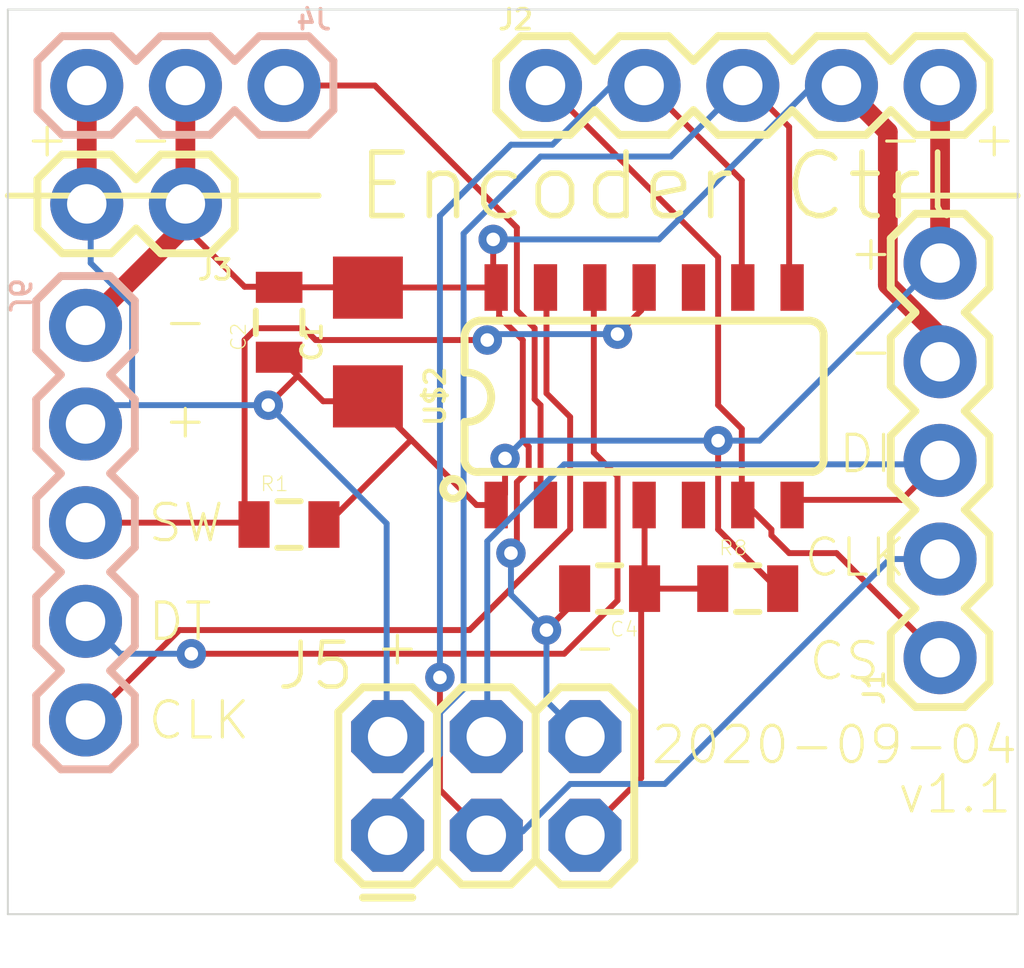
<source format=kicad_pcb>
(kicad_pcb (version 20240108) (generator "pcbnew") (generator_version "8.0")
  (layers (0 "F.Cu" signal) (31 "B.Cu" signal) (34 "B.Paste" user) (35 "F.Paste" user) (36 "B.SilkS" user "B.Silkscreen") (37 "F.SilkS" user "F.Silkscreen") (38 "B.Mask" user) (39 "F.Mask" user) (44 "Edge.Cuts" user))
  (net 0 "")
  (net 1 "GND")
  (net 2 "DI")
  (net 3 "CS")
  (net 4 "DO")
  (net 5 "NEO_DIN")
  (net 6 "VCC")
  (net 7 "RESET")
  (net 8 "SCLK")
  (net 9 "ENC_CLK")
  (net 10 "ENC_DT")
  (net 11 "ENC_SW")
  (footprint "rotary-control:0805" (layer "F.Cu") (at 154.5511 108.2676)
    (property "Reference" "R8" (at -0.762 -0.8255 0) (layer "F.SilkS") (effects (font (size 0.376489 0.376489) (thickness 0.029911)) (justify left bottom)))
    (property "Value" "4K7")
    (fp_line (start -0.3 -0.6) (end 0.3 -0.6) (stroke (width 0.1524)) (layer "F.SilkS"))
    (fp_line (start -0.3 0.6) (end 0.3 0.6) (stroke (width 0.1524)) (layer "F.SilkS"))
    (pad "1" smd rect (at -0.9 0) (size 0.8 1.2) (layers "F.Cu" "F.Paste" "F.Mask") (net 7 "RESET"))
    (pad "2" smd rect (at 0.9 0) (size 0.8 1.2) (layers "F.Cu" "F.Paste" "F.Mask") (net 6 "VCC"))
  )
  (footprint "rotary-control:SO14_525" (layer "F.Cu") (at 151.2491 103.3146)
    (property "Reference" "U$2" (at -4.445 0 90) (layer "F.SilkS") (effects (font (size 0.512064 0.512064) (thickness 0.097536)) (justify bottom)))
    (property "Value" "ATTINY84")
    (fp_line (start -3.9878 -1.4526) (end -3.9878 -0.6096) (stroke (width 0.2032)) (layer "F.SilkS"))
    (fp_line (start -3.9878 1.6653) (end -3.9878 0.6604) (stroke (width 0.2032)) (layer "F.SilkS"))
    (fp_line (start -3.6068 1.9463) (end 4.9768 1.9463) (stroke (width 0.2032)) (layer "F.SilkS"))
    (fp_line (start 4.8768 -1.9463) (end -3.6068 -1.9463) (stroke (width 0.2032)) (layer "F.SilkS"))
    (fp_line (start 5.2578 1.5653) (end 5.2578 -1.5653) (stroke (width 0.2032)) (layer "F.SilkS"))
    (fp_arc (start -3.9878 -1.4653) (mid -3.896948 -1.784731) (end -3.6068 -1.9463) (stroke (width 0.2032)) (layer "F.SilkS"))
    (fp_arc (start -3.937 -0.6096) (mid -3.302 0.0254) (end -3.937 0.6604) (stroke (width 0.2032)) (layer "F.SilkS"))
    (fp_arc (start -3.606799 1.946301) (mid -3.85554 1.884767) (end -3.9878 1.6653) (stroke (width 0.2032)) (layer "F.SilkS"))
    (fp_arc (start 4.8768 -1.9463) (mid 5.146237 -1.834736) (end 5.2578 -1.565298) (stroke (width 0.2032)) (layer "F.SilkS"))
    (fp_arc (start 5.2578 1.5653) (mid 5.196208 1.813997) (end 4.9768 1.9463) (stroke (width 0.2032)) (layer "F.SilkS"))
    (fp_circle (center -4.28625 2.38125) (end -4.03225 2.38125) (stroke (width 0.2032)) (fill none) (layer "F.SilkS"))
    (pad "1" smd rect (at -3.175 2.8) (size 0.6 1.2) (layers "F.Cu" "F.Paste" "F.Mask") (net 6 "VCC"))
    (pad "2" smd rect (at -1.905 2.8) (size 0.6 1.2) (layers "F.Cu" "F.Paste" "F.Mask") (net 5 "NEO_DIN"))
    (pad "3" smd rect (at -0.635 2.8) (size 0.6 1.2) (layers "F.Cu" "F.Paste" "F.Mask"))
    (pad "4" smd rect (at 0.635 2.8) (size 0.6 1.2) (layers "F.Cu" "F.Paste" "F.Mask") (net 7 "RESET"))
    (pad "5" smd rect (at 1.905 2.8) (size 0.6 1.2) (layers "F.Cu" "F.Paste" "F.Mask"))
    (pad "6" smd rect (at 3.175 2.8) (size 0.6 1.2) (layers "F.Cu" "F.Paste" "F.Mask") (net 3 "CS"))
    (pad "7" smd rect (at 4.445 2.8) (size 0.6 1.2) (layers "F.Cu" "F.Paste" "F.Mask") (net 2 "DI"))
    (pad "8" smd rect (at 4.445 -2.8) (size 0.6 1.2) (layers "F.Cu" "F.Paste" "F.Mask") (net 4 "DO"))
    (pad "9" smd rect (at 3.175 -2.8) (size 0.6 1.2) (layers "F.Cu" "F.Paste" "F.Mask") (net 8 "SCLK"))
    (pad "10" smd rect (at 1.905 -2.8) (size 0.6 1.2) (layers "F.Cu" "F.Paste" "F.Mask"))
    (pad "11" smd rect (at 0.635 -2.8) (size 0.6 1.2) (layers "F.Cu" "F.Paste" "F.Mask") (net 11 "ENC_SW"))
    (pad "12" smd rect (at -0.635 -2.8) (size 0.6 1.2) (layers "F.Cu" "F.Paste" "F.Mask") (net 10 "ENC_DT"))
    (pad "13" smd rect (at -1.905 -2.8) (size 0.6 1.2) (layers "F.Cu" "F.Paste" "F.Mask") (net 9 "ENC_CLK"))
    (pad "14" smd rect (at -3.175 -2.8) (size 0.6 1.2) (layers "F.Cu" "F.Paste" "F.Mask") (net 1 "GND"))
  )
  (footprint "rotary-control:1X02_513" (layer "F.Cu") (at 140.0731 98.3616 180)
    (property "Reference" "J3" (at -1.27 -1.397 0) (layer "F.SilkS") (effects (font (size 0.512064 0.512064) (thickness 0.097536)) (justify right top)))
    (property "Value" "power")
    (fp_line (start 3.81 0.635) (end 3.175 1.27) (stroke (width 0.2032)) (layer "F.SilkS"))
    (fp_line (start 3.81 -0.635) (end 3.81 0.635) (stroke (width 0.2032)) (layer "F.SilkS"))
    (fp_line (start 3.175 1.27) (end 1.905 1.27) (stroke (width 0.2032)) (layer "F.SilkS"))
    (fp_line (start 3.175 -1.27) (end 3.81 -0.635) (stroke (width 0.2032)) (layer "F.SilkS"))
    (fp_line (start 1.905 1.27) (end 1.27 0.635) (stroke (width 0.2032)) (layer "F.SilkS"))
    (fp_line (start 1.905 -1.27) (end 3.175 -1.27) (stroke (width 0.2032)) (layer "F.SilkS"))
    (fp_line (start 1.27 0.635) (end 0.635 1.27) (stroke (width 0.2032)) (layer "F.SilkS"))
    (fp_line (start 1.27 -0.635) (end 1.905 -1.27) (stroke (width 0.2032)) (layer "F.SilkS"))
    (fp_line (start 0.635 1.27) (end -0.635 1.27) (stroke (width 0.2032)) (layer "F.SilkS"))
    (fp_line (start 0.635 -1.27) (end 1.27 -0.635) (stroke (width 0.2032)) (layer "F.SilkS"))
    (fp_line (start -0.635 -1.27) (end 0.635 -1.27) (stroke (width 0.2032)) (layer "F.SilkS"))
    (fp_line (start -0.635 -1.27) (end -1.27 -0.635) (stroke (width 0.2032)) (layer "F.SilkS"))
    (fp_line (start -1.27 0.635) (end -0.635 1.27) (stroke (width 0.2032)) (layer "F.SilkS"))
    (fp_line (start -1.27 -0.635) (end -1.27 0.635) (stroke (width 0.2032)) (layer "F.SilkS"))
    (pad "1" thru_hole circle (at 0 0 270) (size 1.8796 1.8796) (drill 1.016) (layers "*.Cu" "*.Mask") (net 1 "GND"))
    (pad "2" thru_hole circle (at 2.54 0 270) (size 1.8796 1.8796) (drill 1.016) (layers "*.Cu" "*.Mask") (net 6 "VCC"))
  )
  (footprint "" (layer "F.Cu") (at 140.8011 114.3796)
    (property "Reference" "@HOLE1" (hide yes))
    (property "Value" "")
    (pad "" np_thru_hole circle (at 0 0) (size 2.54 2.54) (drill 2.54) (layers "*.Cu" "*.Mask"))
  )
  (footprint "rotary-control:1X05_513" (layer "F.Cu") (at 149.3441 95.3136)
    (property "Reference" "J2" (at -1.27 -1.397 0) (layer "F.SilkS") (effects (font (size 0.512064 0.512064) (thickness 0.097536)) (justify left bottom)))
    (property "Value" "output")
    (fp_line (start -1.27 -0.635) (end -1.27 0.635) (stroke (width 0.2032)) (layer "F.SilkS"))
    (fp_line (start -1.27 0.635) (end -0.635 1.27) (stroke (width 0.2032)) (layer "F.SilkS"))
    (fp_line (start -0.635 -1.27) (end -1.27 -0.635) (stroke (width 0.2032)) (layer "F.SilkS"))
    (fp_line (start -0.635 -1.27) (end 0.635 -1.27) (stroke (width 0.2032)) (layer "F.SilkS"))
    (fp_line (start 0.635 -1.27) (end 1.27 -0.635) (stroke (width 0.2032)) (layer "F.SilkS"))
    (fp_line (start 0.635 1.27) (end -0.635 1.27) (stroke (width 0.2032)) (layer "F.SilkS"))
    (fp_line (start 1.27 -0.635) (end 1.905 -1.27) (stroke (width 0.2032)) (layer "F.SilkS"))
    (fp_line (start 1.27 0.635) (end 0.635 1.27) (stroke (width 0.2032)) (layer "F.SilkS"))
    (fp_line (start 1.905 -1.27) (end 3.175 -1.27) (stroke (width 0.2032)) (layer "F.SilkS"))
    (fp_line (start 1.905 1.27) (end 1.27 0.635) (stroke (width 0.2032)) (layer "F.SilkS"))
    (fp_line (start 3.175 -1.27) (end 3.81 -0.635) (stroke (width 0.2032)) (layer "F.SilkS"))
    (fp_line (start 3.175 1.27) (end 1.905 1.27) (stroke (width 0.2032)) (layer "F.SilkS"))
    (fp_line (start 3.81 -0.635) (end 4.445 -1.27) (stroke (width 0.2032)) (layer "F.SilkS"))
    (fp_line (start 3.81 0.635) (end 3.175 1.27) (stroke (width 0.2032)) (layer "F.SilkS"))
    (fp_line (start 4.445 -1.27) (end 5.715 -1.27) (stroke (width 0.2032)) (layer "F.SilkS"))
    (fp_line (start 4.445 1.27) (end 3.81 0.635) (stroke (width 0.2032)) (layer "F.SilkS"))
    (fp_line (start 5.715 -1.27) (end 6.35 -0.635) (stroke (width 0.2032)) (layer "F.SilkS"))
    (fp_line (start 5.715 1.27) (end 4.445 1.27) (stroke (width 0.2032)) (layer "F.SilkS"))
    (fp_line (start 6.35 0.635) (end 5.715 1.27) (stroke (width 0.2032)) (layer "F.SilkS"))
    (fp_line (start 6.35 0.635) (end 6.985 1.27) (stroke (width 0.2032)) (layer "F.SilkS"))
    (fp_line (start 6.985 -1.27) (end 6.35 -0.635) (stroke (width 0.2032)) (layer "F.SilkS"))
    (fp_line (start 6.985 -1.27) (end 8.255 -1.27) (stroke (width 0.2032)) (layer "F.SilkS"))
    (fp_line (start 8.255 -1.27) (end 8.89 -0.635) (stroke (width 0.2032)) (layer "F.SilkS"))
    (fp_line (start 8.255 1.27) (end 6.985 1.27) (stroke (width 0.2032)) (layer "F.SilkS"))
    (fp_line (start 8.89 -0.635) (end 9.525 -1.27) (stroke (width 0.2032)) (layer "F.SilkS"))
    (fp_line (start 8.89 0.635) (end 8.255 1.27) (stroke (width 0.2032)) (layer "F.SilkS"))
    (fp_line (start 9.525 -1.27) (end 10.795 -1.27) (stroke (width 0.2032)) (layer "F.SilkS"))
    (fp_line (start 9.525 1.27) (end 8.89 0.635) (stroke (width 0.2032)) (layer "F.SilkS"))
    (fp_line (start 10.795 -1.27) (end 11.43 -0.635) (stroke (width 0.2032)) (layer "F.SilkS"))
    (fp_line (start 10.795 1.27) (end 9.525 1.27) (stroke (width 0.2032)) (layer "F.SilkS"))
    (fp_line (start 11.43 -0.635) (end 11.43 0.635) (stroke (width 0.2032)) (layer "F.SilkS"))
    (fp_line (start 11.43 0.635) (end 10.795 1.27) (stroke (width 0.2032)) (layer "F.SilkS"))
    (pad "1" thru_hole circle (at 0 0 90) (size 1.8796 1.8796) (drill 1.016) (layers "*.Cu" "*.Mask") (net 3 "CS"))
    (pad "2" thru_hole circle (at 2.54 0 90) (size 1.8796 1.8796) (drill 1.016) (layers "*.Cu" "*.Mask") (net 8 "SCLK"))
    (pad "3" thru_hole circle (at 5.08 0 90) (size 1.8796 1.8796) (drill 1.016) (layers "*.Cu" "*.Mask") (net 4 "DO"))
    (pad "4" thru_hole circle (at 7.62 0 90) (size 1.8796 1.8796) (drill 1.016) (layers "*.Cu" "*.Mask") (net 1 "GND"))
    (pad "5" thru_hole circle (at 10.16 0 90) (size 1.8796 1.8796) (drill 1.016) (layers "*.Cu" "*.Mask") (net 6 "VCC"))
  )
  (footprint "rotary-control:1206_510" (layer "F.Cu") (at 144.7721 101.9176 90)
    (property "Reference" "C1" (at 0 -1.143 90) (layer "F.SilkS") (effects (font (size 0.512064 0.512064) (thickness 0.097536)) (justify bottom)))
    (property "Value" "10uF")
    (pad "1" smd rect (at -1.4 0 90) (size 1.6 1.8) (layers "F.Cu" "F.Paste" "F.Mask") (net 6 "VCC"))
    (pad "2" smd rect (at 1.4 0 90) (size 1.6 1.8) (layers "F.Cu" "F.Paste" "F.Mask") (net 1 "GND"))
  )
  (footprint "rotary-control:0805" (layer "F.Cu") (at 142.7401 106.6166)
    (property "Reference" "R1" (at -0.762 -0.8255 0) (layer "F.SilkS") (effects (font (size 0.376489 0.376489) (thickness 0.029911)) (justify left bottom)))
    (property "Value" "4K7")
    (fp_line (start -0.3 -0.6) (end 0.3 -0.6) (stroke (width 0.1524)) (layer "F.SilkS"))
    (fp_line (start -0.3 0.6) (end 0.3 0.6) (stroke (width 0.1524)) (layer "F.SilkS"))
    (pad "1" smd rect (at -0.9 0) (size 0.8 1.2) (layers "F.Cu" "F.Paste" "F.Mask") (net 11 "ENC_SW"))
    (pad "2" smd rect (at 0.9 0) (size 0.8 1.2) (layers "F.Cu" "F.Paste" "F.Mask") (net 6 "VCC"))
  )
  (footprint "" (layer "F.Cu") (at 154.8011 114.3796)
    (property "Reference" "@HOLE0" (hide yes))
    (property "Value" "")
    (pad "" np_thru_hole circle (at 0 0) (size 2.54 2.54) (drill 2.54) (layers "*.Cu" "*.Mask"))
  )
  (footprint "rotary-control:1X05_513" (layer "F.Cu") (at 159.5041 110.0456 90)
    (property "Reference" "J1" (at -1.27 -1.397 90) (layer "F.SilkS") (effects (font (size 0.512064 0.512064) (thickness 0.097536)) (justify left bottom)))
    (property "Value" "input")
    (fp_line (start 10.795 -1.27) (end 11.43 -0.635) (stroke (width 0.2032)) (layer "F.SilkS"))
    (fp_line (start 9.525 -1.27) (end 10.795 -1.27) (stroke (width 0.2032)) (layer "F.SilkS"))
    (fp_line (start 8.255 -1.27) (end 8.89 -0.635) (stroke (width 0.2032)) (layer "F.SilkS"))
    (fp_line (start 6.985 -1.27) (end 8.255 -1.27) (stroke (width 0.2032)) (layer "F.SilkS"))
    (fp_line (start 6.985 -1.27) (end 6.35 -0.635) (stroke (width 0.2032)) (layer "F.SilkS"))
    (fp_line (start 5.715 -1.27) (end 6.35 -0.635) (stroke (width 0.2032)) (layer "F.SilkS"))
    (fp_line (start 4.445 -1.27) (end 5.715 -1.27) (stroke (width 0.2032)) (layer "F.SilkS"))
    (fp_line (start 3.175 -1.27) (end 3.81 -0.635) (stroke (width 0.2032)) (layer "F.SilkS"))
    (fp_line (start 1.905 -1.27) (end 3.175 -1.27) (stroke (width 0.2032)) (layer "F.SilkS"))
    (fp_line (start 0.635 -1.27) (end 1.27 -0.635) (stroke (width 0.2032)) (layer "F.SilkS"))
    (fp_line (start -0.635 -1.27) (end 0.635 -1.27) (stroke (width 0.2032)) (layer "F.SilkS"))
    (fp_line (start -0.635 -1.27) (end -1.27 -0.635) (stroke (width 0.2032)) (layer "F.SilkS"))
    (fp_line (start 11.43 -0.635) (end 11.43 0.635) (stroke (width 0.2032)) (layer "F.SilkS"))
    (fp_line (start 8.89 -0.635) (end 9.525 -1.27) (stroke (width 0.2032)) (layer "F.SilkS"))
    (fp_line (start 3.81 -0.635) (end 4.445 -1.27) (stroke (width 0.2032)) (layer "F.SilkS"))
    (fp_line (start 1.27 -0.635) (end 1.905 -1.27) (stroke (width 0.2032)) (layer "F.SilkS"))
    (fp_line (start -1.27 -0.635) (end -1.27 0.635) (stroke (width 0.2032)) (layer "F.SilkS"))
    (fp_line (start 11.43 0.635) (end 10.795 1.27) (stroke (width 0.2032)) (layer "F.SilkS"))
    (fp_line (start 8.89 0.635) (end 8.255 1.27) (stroke (width 0.2032)) (layer "F.SilkS"))
    (fp_line (start 6.35 0.635) (end 6.985 1.27) (stroke (width 0.2032)) (layer "F.SilkS"))
    (fp_line (start 6.35 0.635) (end 5.715 1.27) (stroke (width 0.2032)) (layer "F.SilkS"))
    (fp_line (start 3.81 0.635) (end 3.175 1.27) (stroke (width 0.2032)) (layer "F.SilkS"))
    (fp_line (start 1.27 0.635) (end 0.635 1.27) (stroke (width 0.2032)) (layer "F.SilkS"))
    (fp_line (start -1.27 0.635) (end -0.635 1.27) (stroke (width 0.2032)) (layer "F.SilkS"))
    (fp_line (start 10.795 1.27) (end 9.525 1.27) (stroke (width 0.2032)) (layer "F.SilkS"))
    (fp_line (start 9.525 1.27) (end 8.89 0.635) (stroke (width 0.2032)) (layer "F.SilkS"))
    (fp_line (start 8.255 1.27) (end 6.985 1.27) (stroke (width 0.2032)) (layer "F.SilkS"))
    (fp_line (start 5.715 1.27) (end 4.445 1.27) (stroke (width 0.2032)) (layer "F.SilkS"))
    (fp_line (start 4.445 1.27) (end 3.81 0.635) (stroke (width 0.2032)) (layer "F.SilkS"))
    (fp_line (start 3.175 1.27) (end 1.905 1.27) (stroke (width 0.2032)) (layer "F.SilkS"))
    (fp_line (start 1.905 1.27) (end 1.27 0.635) (stroke (width 0.2032)) (layer "F.SilkS"))
    (fp_line (start 0.635 1.27) (end -0.635 1.27) (stroke (width 0.2032)) (layer "F.SilkS"))
    (pad "1" thru_hole circle (at 0 0 180) (size 1.8796 1.8796) (drill 1.016) (layers "*.Cu" "*.Mask") (net 3 "CS"))
    (pad "2" thru_hole circle (at 2.54 0 180) (size 1.8796 1.8796) (drill 1.016) (layers "*.Cu" "*.Mask") (net 8 "SCLK"))
    (pad "3" thru_hole circle (at 5.08 0 180) (size 1.8796 1.8796) (drill 1.016) (layers "*.Cu" "*.Mask") (net 2 "DI"))
    (pad "4" thru_hole circle (at 7.62 0 180) (size 1.8796 1.8796) (drill 1.016) (layers "*.Cu" "*.Mask") (net 1 "GND"))
    (pad "5" thru_hole circle (at 10.16 0 180) (size 1.8796 1.8796) (drill 1.016) (layers "*.Cu" "*.Mask") (net 6 "VCC"))
  )
  (footprint "rotary-control:2X3" (layer "F.Cu") (at 145.2801 114.6176)
    (property "Reference" "J5" (at -2.921 -3.683 0) (layer "F.SilkS") (effects (font (size 1.1557 1.1557) (thickness 0.1143)) (justify left bottom)))
    (property "Value" "AVR_SPI_PRG_6PTH")
    (fp_line (start -1.27 -3.175) (end -0.635 -3.81) (stroke (width 0.2032)) (layer "F.SilkS"))
    (fp_line (start -1.27 0.635) (end -1.27 -3.175) (stroke (width 0.2032)) (layer "F.SilkS"))
    (fp_line (start -1.27 0.635) (end -0.635 1.27) (stroke (width 0.2032)) (layer "F.SilkS"))
    (fp_line (start -0.635 -3.81) (end 0.635 -3.81) (stroke (width 0.2032)) (layer "F.SilkS"))
    (fp_line (start -0.635 1.27) (end 0.635 1.27) (stroke (width 0.2032)) (layer "F.SilkS"))
    (fp_line (start 0.635 -3.81) (end 1.27 -3.175) (stroke (width 0.2032)) (layer "F.SilkS"))
    (fp_line (start 0.635 1.27) (end 1.27 0.635) (stroke (width 0.2032)) (layer "F.SilkS"))
    (fp_line (start 0.635 1.605) (end -0.635 1.605) (stroke (width 0.2032)) (layer "F.SilkS"))
    (fp_line (start 1.27 -3.175) (end 1.27 0.635) (stroke (width 0.2032)) (layer "F.SilkS"))
    (fp_line (start 1.27 -3.175) (end 1.905 -3.81) (stroke (width 0.2032)) (layer "F.SilkS"))
    (fp_line (start 1.27 0.635) (end 1.905 1.27) (stroke (width 0.2032)) (layer "F.SilkS"))
    (fp_line (start 1.905 -3.81) (end 3.175 -3.81) (stroke (width 0.2032)) (layer "F.SilkS"))
    (fp_line (start 1.905 1.27) (end 3.175 1.27) (stroke (width 0.2032)) (layer "F.SilkS"))
    (fp_line (start 3.175 -3.81) (end 3.81 -3.175) (stroke (width 0.2032)) (layer "F.SilkS"))
    (fp_line (start 3.175 1.27) (end 3.81 0.635) (stroke (width 0.2032)) (layer "F.SilkS"))
    (fp_line (start 3.81 -3.175) (end 3.81 0.635) (stroke (width 0.2032)) (layer "F.SilkS"))
    (fp_line (start 3.81 -3.175) (end 4.445 -3.81) (stroke (width 0.2032)) (layer "F.SilkS"))
    (fp_line (start 3.81 0.635) (end 4.445 1.27) (stroke (width 0.2032)) (layer "F.SilkS"))
    (fp_line (start 4.445 -3.81) (end 5.715 -3.81) (stroke (width 0.2032)) (layer "F.SilkS"))
    (fp_line (start 4.445 1.27) (end 5.715 1.27) (stroke (width 0.2032)) (layer "F.SilkS"))
    (fp_line (start 5.715 -3.81) (end 6.35 -3.175) (stroke (width 0.2032)) (layer "F.SilkS"))
    (fp_line (start 5.715 1.27) (end 6.35 0.635) (stroke (width 0.2032)) (layer "F.SilkS"))
    (fp_line (start 6.35 -3.175) (end 6.35 0.635) (stroke (width 0.2032)) (layer "F.SilkS"))
    (pad "1" thru_hole roundrect (at 0 0) (size 1.8796 1.8796) (drill 1.016) (layers "*.Cu" "*.Mask") (chamfer_ratio 0.2928932188) (chamfer top_left top_right bottom_left bottom_right) (net 4 "DO"))
    (pad "2" thru_hole roundrect (at 0 -2.54) (size 1.8796 1.8796) (drill 1.016) (layers "*.Cu" "*.Mask") (chamfer_ratio 0.2928932188) (chamfer top_left top_right bottom_left bottom_right) (net 6 "VCC"))
    (pad "3" thru_hole roundrect (at 2.54 0) (size 1.8796 1.8796) (drill 1.016) (layers "*.Cu" "*.Mask") (chamfer_ratio 0.2928932188) (chamfer top_left top_right bottom_left bottom_right) (net 8 "SCLK"))
    (pad "4" thru_hole roundrect (at 2.54 -2.54) (size 1.8796 1.8796) (drill 1.016) (layers "*.Cu" "*.Mask") (chamfer_ratio 0.2928932188) (chamfer top_left top_right bottom_left bottom_right) (net 2 "DI"))
    (pad "5" thru_hole roundrect (at 5.08 0) (size 1.8796 1.8796) (drill 1.016) (layers "*.Cu" "*.Mask") (chamfer_ratio 0.2928932188) (chamfer top_left top_right bottom_left bottom_right) (net 7 "RESET"))
    (pad "6" thru_hole roundrect (at 5.08 -2.54) (size 1.8796 1.8796) (drill 1.016) (layers "*.Cu" "*.Mask") (chamfer_ratio 0.2928932188) (chamfer top_left top_right bottom_left bottom_right) (net 1 "GND"))
  )
  (footprint "rotary-control:0805" (layer "F.Cu") (at 150.9951 108.2676 180)
    (property "Reference" "C4" (at -0.762 -0.8255 0) (layer "F.SilkS") (effects (font (size 0.376489 0.376489) (thickness 0.029911)) (justify right top)))
    (property "Value" ".1u")
    (fp_line (start -0.3 0.6) (end 0.3 0.6) (stroke (width 0.1524)) (layer "F.SilkS"))
    (fp_line (start -0.3 -0.6) (end 0.3 -0.6) (stroke (width 0.1524)) (layer "F.SilkS"))
    (pad "1" smd rect (at -0.9 0 180) (size 0.8 1.2) (layers "F.Cu" "F.Paste" "F.Mask") (net 7 "RESET"))
    (pad "2" smd rect (at 0.9 0 180) (size 0.8 1.2) (layers "F.Cu" "F.Paste" "F.Mask") (net 1 "GND"))
  )
  (footprint "rotary-control:0805" (layer "F.Cu") (at 142.4861 101.4096 90)
    (property "Reference" "C2" (at -0.762 -0.8255 90) (layer "F.SilkS") (effects (font (size 0.376489 0.376489) (thickness 0.029911)) (justify left bottom)))
    (property "Value" ".1u")
    (fp_line (start -0.3 -0.6) (end 0.3 -0.6) (stroke (width 0.1524)) (layer "F.SilkS"))
    (fp_line (start -0.3 0.6) (end 0.3 0.6) (stroke (width 0.1524)) (layer "F.SilkS"))
    (pad "1" smd rect (at -0.9 0 90) (size 0.8 1.2) (layers "F.Cu" "F.Paste" "F.Mask") (net 6 "VCC"))
    (pad "2" smd rect (at 0.9 0 90) (size 0.8 1.2) (layers "F.Cu" "F.Paste" "F.Mask") (net 1 "GND"))
  )
  (footprint "rotary-control:1X03_513" (layer "B.Cu") (at 142.6131 95.3136 180)
    (property "Reference" "J4" (at -1.27 1.397 -0) (layer "B.SilkS") (effects (font (size 0.512064 0.512064) (thickness 0.097536)) (justify left bottom mirror)))
    (property "Value" "neopixel")
    (fp_line (start 6.35 0.635) (end 5.715 1.27) (stroke (width 0.2032)) (layer "B.SilkS"))
    (fp_line (start 6.35 -0.635) (end 6.35 0.635) (stroke (width 0.2032)) (layer "B.SilkS"))
    (fp_line (start 5.715 1.27) (end 4.445 1.27) (stroke (width 0.2032)) (layer "B.SilkS"))
    (fp_line (start 5.715 -1.27) (end 6.35 -0.635) (stroke (width 0.2032)) (layer "B.SilkS"))
    (fp_line (start 4.445 1.27) (end 3.81 0.635) (stroke (width 0.2032)) (layer "B.SilkS"))
    (fp_line (start 4.445 -1.27) (end 5.715 -1.27) (stroke (width 0.2032)) (layer "B.SilkS"))
    (fp_line (start 3.81 0.635) (end 3.175 1.27) (stroke (width 0.2032)) (layer "B.SilkS"))
    (fp_line (start 3.81 -0.635) (end 4.445 -1.27) (stroke (width 0.2032)) (layer "B.SilkS"))
    (fp_line (start 3.175 1.27) (end 1.905 1.27) (stroke (width 0.2032)) (layer "B.SilkS"))
    (fp_line (start 3.175 -1.27) (end 3.81 -0.635) (stroke (width 0.2032)) (layer "B.SilkS"))
    (fp_line (start 1.905 1.27) (end 1.27 0.635) (stroke (width 0.2032)) (layer "B.SilkS"))
    (fp_line (start 1.905 -1.27) (end 3.175 -1.27) (stroke (width 0.2032)) (layer "B.SilkS"))
    (fp_line (start 1.27 0.635) (end 0.635 1.27) (stroke (width 0.2032)) (layer "B.SilkS"))
    (fp_line (start 1.27 -0.635) (end 1.905 -1.27) (stroke (width 0.2032)) (layer "B.SilkS"))
    (fp_line (start 0.635 1.27) (end -0.635 1.27) (stroke (width 0.2032)) (layer "B.SilkS"))
    (fp_line (start 0.635 -1.27) (end 1.27 -0.635) (stroke (width 0.2032)) (layer "B.SilkS"))
    (fp_line (start -0.635 -1.27) (end 0.635 -1.27) (stroke (width 0.2032)) (layer "B.SilkS"))
    (fp_line (start -0.635 -1.27) (end -1.27 -0.635) (stroke (width 0.2032)) (layer "B.SilkS"))
    (fp_line (start -1.27 0.635) (end -0.635 1.27) (stroke (width 0.2032)) (layer "B.SilkS"))
    (fp_line (start -1.27 -0.635) (end -1.27 0.635) (stroke (width 0.2032)) (layer "B.SilkS"))
    (pad "1" thru_hole circle (at 0 0 90) (size 1.8796 1.8796) (drill 1.016) (layers "*.Cu" "*.Mask") (net 5 "NEO_DIN"))
    (pad "2" thru_hole circle (at 2.54 0 90) (size 1.8796 1.8796) (drill 1.016) (layers "*.Cu" "*.Mask") (net 1 "GND"))
    (pad "3" thru_hole circle (at 5.08 0 90) (size 1.8796 1.8796) (drill 1.016) (layers "*.Cu" "*.Mask") (net 6 "VCC"))
  )
  (footprint "rotary-control:1X05_513" (layer "B.Cu") (at 137.5011 101.4896 -90)
    (property "Reference" "J6" (at -1.27 1.397 -90) (layer "B.SilkS") (effects (font (size 0.512064 0.512064) (thickness 0.097536)) (justify right top mirror)))
    (property "Value" "encoder")
    (fp_line (start 0.635 1.27) (end -0.635 1.27) (stroke (width 0.2032)) (layer "B.SilkS"))
    (fp_line (start 1.905 1.27) (end 1.27 0.635) (stroke (width 0.2032)) (layer "B.SilkS"))
    (fp_line (start 3.175 1.27) (end 1.905 1.27) (stroke (width 0.2032)) (layer "B.SilkS"))
    (fp_line (start 4.445 1.27) (end 3.81 0.635) (stroke (width 0.2032)) (layer "B.SilkS"))
    (fp_line (start 5.715 1.27) (end 4.445 1.27) (stroke (width 0.2032)) (layer "B.SilkS"))
    (fp_line (start 8.255 1.27) (end 6.985 1.27) (stroke (width 0.2032)) (layer "B.SilkS"))
    (fp_line (start 9.525 1.27) (end 8.89 0.635) (stroke (width 0.2032)) (layer "B.SilkS"))
    (fp_line (start 10.795 1.27) (end 9.525 1.27) (stroke (width 0.2032)) (layer "B.SilkS"))
    (fp_line (start -1.27 0.635) (end -0.635 1.27) (stroke (width 0.2032)) (layer "B.SilkS"))
    (fp_line (start 1.27 0.635) (end 0.635 1.27) (stroke (width 0.2032)) (layer "B.SilkS"))
    (fp_line (start 3.81 0.635) (end 3.175 1.27) (stroke (width 0.2032)) (layer "B.SilkS"))
    (fp_line (start 6.35 0.635) (end 5.715 1.27) (stroke (width 0.2032)) (layer "B.SilkS"))
    (fp_line (start 6.35 0.635) (end 6.985 1.27) (stroke (width 0.2032)) (layer "B.SilkS"))
    (fp_line (start 8.89 0.635) (end 8.255 1.27) (stroke (width 0.2032)) (layer "B.SilkS"))
    (fp_line (start 11.43 0.635) (end 10.795 1.27) (stroke (width 0.2032)) (layer "B.SilkS"))
    (fp_line (start -1.27 -0.635) (end -1.27 0.635) (stroke (width 0.2032)) (layer "B.SilkS"))
    (fp_line (start 1.27 -0.635) (end 1.905 -1.27) (stroke (width 0.2032)) (layer "B.SilkS"))
    (fp_line (start 3.81 -0.635) (end 4.445 -1.27) (stroke (width 0.2032)) (layer "B.SilkS"))
    (fp_line (start 8.89 -0.635) (end 9.525 -1.27) (stroke (width 0.2032)) (layer "B.SilkS"))
    (fp_line (start 11.43 -0.635) (end 11.43 0.635) (stroke (width 0.2032)) (layer "B.SilkS"))
    (fp_line (start -0.635 -1.27) (end -1.27 -0.635) (stroke (width 0.2032)) (layer "B.SilkS"))
    (fp_line (start -0.635 -1.27) (end 0.635 -1.27) (stroke (width 0.2032)) (layer "B.SilkS"))
    (fp_line (start 0.635 -1.27) (end 1.27 -0.635) (stroke (width 0.2032)) (layer "B.SilkS"))
    (fp_line (start 1.905 -1.27) (end 3.175 -1.27) (stroke (width 0.2032)) (layer "B.SilkS"))
    (fp_line (start 3.175 -1.27) (end 3.81 -0.635) (stroke (width 0.2032)) (layer "B.SilkS"))
    (fp_line (start 4.445 -1.27) (end 5.715 -1.27) (stroke (width 0.2032)) (layer "B.SilkS"))
    (fp_line (start 5.715 -1.27) (end 6.35 -0.635) (stroke (width 0.2032)) (layer "B.SilkS"))
    (fp_line (start 6.985 -1.27) (end 6.35 -0.635) (stroke (width 0.2032)) (layer "B.SilkS"))
    (fp_line (start 6.985 -1.27) (end 8.255 -1.27) (stroke (width 0.2032)) (layer "B.SilkS"))
    (fp_line (start 8.255 -1.27) (end 8.89 -0.635) (stroke (width 0.2032)) (layer "B.SilkS"))
    (fp_line (start 9.525 -1.27) (end 10.795 -1.27) (stroke (width 0.2032)) (layer "B.SilkS"))
    (fp_line (start 10.795 -1.27) (end 11.43 -0.635) (stroke (width 0.2032)) (layer "B.SilkS"))
    (pad "1" thru_hole circle (at 0 0 180) (size 1.8796 1.8796) (drill 1.016) (layers "*.Cu" "*.Mask") (net 1 "GND"))
    (pad "2" thru_hole circle (at 2.54 0 180) (size 1.8796 1.8796) (drill 1.016) (layers "*.Cu" "*.Mask") (net 6 "VCC"))
    (pad "3" thru_hole circle (at 5.08 0 180) (size 1.8796 1.8796) (drill 1.016) (layers "*.Cu" "*.Mask") (net 11 "ENC_SW"))
    (pad "4" thru_hole circle (at 7.62 0 180) (size 1.8796 1.8796) (drill 1.016) (layers "*.Cu" "*.Mask") (net 10 "ENC_DT"))
    (pad "5" thru_hole circle (at 10.16 0 180) (size 1.8796 1.8796) (drill 1.016) (layers "*.Cu" "*.Mask") (net 9 "ENC_CLK"))
  )
  (gr_line (start 161.5011 98.1496) (end 158.3611 98.1496) (stroke (width 0.1524)) (layer "F.SilkS"))
  (gr_line (start 135.5011 98.1496) (end 143.5011 98.1496) (stroke (width 0.1524)) (layer "F.SilkS"))
  (gr_line (start 161.5011 116.6496) (end 161.5011 93.3576) (stroke (width 0.05)) (layer "Edge.Cuts"))
  (gr_line (start 161.5011 93.3576) (end 135.5011 93.3576) (stroke (width 0.05)) (layer "Edge.Cuts"))
  (gr_line (start 135.5011 116.6496) (end 161.5011 116.6496) (stroke (width 0.05)) (layer "Edge.Cuts"))
  (gr_line (start 135.5011 93.3576) (end 135.5011 116.6496) (stroke (width 0.05)) (layer "Edge.Cuts"))
  (gr_text "-" (at 157.0911 102.6796 0) (layer "F.SilkS") (effects (font (size 0.93472 0.93472) (thickness 0.08128)) (justify left bottom)))
  (gr_text "+" (at 157.0911 100.1396 0) (layer "F.SilkS") (effects (font (size 0.93472 0.93472) (thickness 0.08128)) (justify left bottom)))
  (gr_text "-" (at 149.9791 110.2996 0) (layer "F.SilkS") (effects (font (size 0.93472 0.93472) (thickness 0.08128)) (justify left bottom)))
  (gr_text "-" (at 157.8531 97.2186 0) (layer "F.SilkS") (effects (font (size 0.93472 0.93472) (thickness 0.08128)) (justify left bottom)))
  (gr_text "DT" (at 139.0571 109.6646 0) (layer "F.SilkS") (effects (font (size 0.93472 0.93472) (thickness 0.08128)) (justify left bottom)))
  (gr_text "+" (at 144.8991 110.2996 0) (layer "F.SilkS") (effects (font (size 0.93472 0.93472) (thickness 0.08128)) (justify left bottom)))
  (gr_text "+" (at 160.2661 97.2186 0) (layer "F.SilkS") (effects (font (size 0.93472 0.93472) (thickness 0.08128)) (justify left bottom)))
  (gr_text "DI" (at 156.8371 105.3466 0) (layer "F.SilkS") (effects (font (size 0.93472 0.93472) (thickness 0.08128)) (justify left bottom)))
  (gr_text "-" (at 138.5491 97.2186 0) (layer "F.SilkS") (effects (font (size 0.93472 0.93472) (thickness 0.08128)) (justify left bottom)))
  (gr_text "Encoder Ctrl" (at 144.3911 98.8696 0) (layer "F.SilkS") (effects (font (size 1.63576 1.63576) (thickness 0.14224)) (justify left bottom)))
  (gr_text "+" (at 135.8821 97.2186 0) (layer "F.SilkS") (effects (font (size 0.93472 0.93472) (thickness 0.08128)) (justify left bottom)))
  (gr_text "SW" (at 139.0571 107.1246 0) (layer "F.SilkS") (effects (font (size 0.93472 0.93472) (thickness 0.08128)) (justify left bottom)))
  (gr_text "2020-09-04" (at 152.0111 112.8396 0) (layer "F.SilkS") (effects (font (size 0.93472 0.93472) (thickness 0.08128)) (justify left bottom)))
  (gr_text "CS" (at 156.0751 110.6806 0) (layer "F.SilkS") (effects (font (size 0.93472 0.93472) (thickness 0.08128)) (justify left bottom)))
  (gr_text "-" (at 139.4381 101.9176 0) (layer "F.SilkS") (effects (font (size 0.93472 0.93472) (thickness 0.08128)) (justify left bottom)))
  (gr_text "v1.1" (at 158.3611 114.1096 0) (layer "F.SilkS") (effects (font (size 0.93472 0.93472) (thickness 0.08128)) (justify left bottom)))
  (gr_text "CLK" (at 155.9481 108.0136 0) (layer "F.SilkS") (effects (font (size 0.93472 0.93472) (thickness 0.08128)) (justify left bottom)))
  (gr_text "CLK" (at 139.0571 112.2046 0) (layer "F.SilkS") (effects (font (size 0.93472 0.93472) (thickness 0.08128)) (justify left bottom)))
  (gr_text "+" (at 139.4381 104.4576 0) (layer "F.SilkS") (effects (font (size 0.93472 0.93472) (thickness 0.08128)) (justify left bottom)))
  (segment (start 144.7751 100.5146) (end 148.0741 100.5146) (width 0.1524) (layer "F.Cu") (net 1))
  (segment (start 148.1503 100.6476) (end 148.0741 100.5146) (width 0.1524) (layer "F.Cu") (net 1))
  (segment (start 149.3695 109.3344) (end 149.9791 108.7248) (width 0.1524) (layer "F.Cu") (net 1))
  (segment (start 141.5971 100.4952) (end 142.3591 100.4952) (width 0.1524) (layer "F.Cu") (net 1))
  (segment (start 148.7599 101.8668) (end 148.1503 101.2572) (width 0.1524) (layer "F.Cu") (net 1))
  (segment (start 140.0731 98.3616) (end 140.0731 95.3136) (width 0.508) (layer "F.Cu") (net 1))
  (segment (start 148.4551 107.3532) (end 148.6075 107.2008) (width 0.1524) (layer "F.Cu") (net 1))
  (segment (start 148.6075 105.5244) (end 148.9123 105.2196) (width 0.1524) (layer "F.Cu") (net 1))
  (segment (start 137.5011 101.4896) (end 140.0731 98.9176) (width 0.508) (layer "F.Cu") (net 1))
  (segment (start 148.9123 105.2196) (end 148.9123 104.61) (width 0.1524) (layer "F.Cu") (net 1))
  (segment (start 142.4861 100.5096) (end 144.7701 100.5096) (width 0.1524) (layer "F.Cu") (net 1))
  (segment (start 148.7599 104.4576) (end 148.7599 101.8668) (width 0.1524) (layer "F.Cu") (net 1))
  (segment (start 148.9123 104.61) (end 148.7599 104.4576) (width 0.1524) (layer "F.Cu") (net 1))
  (segment (start 149.9791 108.7248) (end 149.9791 108.2676) (width 0.1524) (layer "F.Cu") (net 1))
  (segment (start 149.9791 108.2676) (end 150.0951 108.2676) (width 0.1524) (layer "F.Cu") (net 1))
  (segment (start 148.6075 107.2008) (end 148.6075 105.5244) (width 0.1524) (layer "F.Cu") (net 1))
  (segment (start 140.2255 99.1236) (end 140.0731 98.3616) (width 0.1524) (layer "F.Cu") (net 1))
  (segment (start 140.2255 99.1236) (end 141.5971 100.4952) (width 0.1524) (layer "F.Cu") (net 1))
  (segment (start 158.1579 100.443219) (end 158.1579 96.5074) (width 0.508) (layer "F.Cu") (net 1))
  (segment (start 158.1579 96.5074) (end 156.9641 95.3136) (width 0.508) (layer "F.Cu") (net 1))
  (segment (start 148.1503 101.2572) (end 148.1503 100.6476) (width 0.1524) (layer "F.Cu") (net 1))
  (segment (start 147.9979 100.4952) (end 147.9979 99.276) (width 0.1524) (layer "F.Cu") (net 1))
  (segment (start 144.7721 100.5176) (end 144.7751 100.5146) (width 0.1524) (layer "F.Cu") (net 1))
  (segment (start 144.7701 100.5096) (end 144.7751 100.5146) (width 0.1524) (layer "F.Cu") (net 1))
  (segment (start 159.5041 102.4256) (end 159.5041 101.789419) (width 0.508) (layer "F.Cu") (net 1))
  (segment (start 159.5041 101.789419) (end 158.1579 100.443219) (width 0.508) (layer "F.Cu") (net 1))
  (segment (start 142.3591 100.4952) (end 142.4861 100.5096) (width 0.1524) (layer "F.Cu") (net 1))
  (segment (start 147.9979 100.4952) (end 148.0741 100.5146) (width 0.1524) (layer "F.Cu") (net 1))
  (segment (start 140.0731 98.9176) (end 140.0731 98.3616) (width 0.508) (layer "F.Cu") (net 1))
  (via (at 149.3695 109.3344) (size 0.7564) (drill 0.35) (layers "F.Cu" "B.Cu") (net 1))
  (via (at 147.9979 99.276) (size 0.7564) (drill 0.35) (layers "F.Cu" "B.Cu") (net 1))
  (via (at 148.4551 107.3532) (size 0.7564) (drill 0.35) (layers "F.Cu" "B.Cu") (net 1))
  (segment (start 152.2651 99.276) (end 156.2275 95.3136) (width 0.1524) (layer "B.Cu") (net 1))
  (segment (start 149.3695 111.1632) (end 149.3695 109.3344) (width 0.1524) (layer "B.Cu") (net 1))
  (segment (start 156.2275 95.3136) (end 156.9641 95.3136) (width 0.1524) (layer "B.Cu") (net 1))
  (segment (start 150.2839 112.0776) (end 150.3601 112.0776) (width 0.1524) (layer "B.Cu") (net 1))
  (segment (start 149.3695 109.3344) (end 148.4551 108.42) (width 0.1524) (layer "B.Cu") (net 1))
  (segment (start 148.4551 108.42) (end 148.4551 107.3532) (width 0.1524) (layer "B.Cu") (net 1))
  (segment (start 150.2839 112.0776) (end 149.3695 111.1632) (width 0.1524) (layer "B.Cu") (net 1))
  (segment (start 147.9979 99.276) (end 152.2651 99.276) (width 0.1524) (layer "B.Cu") (net 1))
  (segment (start 158.5135 105.9816) (end 155.7703 105.9816) (width 0.1524) (layer "F.Cu") (net 2))
  (segment (start 159.4279 105.0672) (end 158.5135 105.9816) (width 0.1524) (layer "F.Cu") (net 2))
  (segment (start 159.4279 105.0672) (end 159.5041 104.9656) (width 0.1524) (layer "F.Cu") (net 2))
  (segment (start 155.7703 105.9816) (end 155.6941 106.1146) (width 0.1524) (layer "F.Cu") (net 2))
  (segment (start 147.8455 107.0484) (end 147.8455 112.0776) (width 0.1524) (layer "B.Cu") (net 2))
  (segment (start 159.4279 105.0672) (end 149.8267 105.0672) (width 0.1524) (layer "B.Cu") (net 2))
  (segment (start 149.8267 105.0672) (end 147.8455 107.0484) (width 0.1524) (layer "B.Cu") (net 2))
  (segment (start 147.8455 112.0776) (end 147.8201 112.0776) (width 0.1524) (layer "B.Cu") (net 2))
  (segment (start 159.4279 105.0672) (end 159.5041 104.9656) (width 0.1524) (layer "B.Cu") (net 2))
  (segment (start 154.3987 105.9816) (end 154.3987 104.1528) (width 0.1524) (layer "F.Cu") (net 3))
  (segment (start 149.3695 95.3136) (end 149.3441 95.3136) (width 0.1524) (layer "F.Cu") (net 3))
  (segment (start 153.7891 103.5432) (end 153.7891 99.7332) (width 0.1524) (layer "F.Cu") (net 3))
  (segment (start 154.3987 104.1528) (end 153.7891 103.5432) (width 0.1524) (layer "F.Cu") (net 3))
  (segment (start 155.6179 107.3532) (end 155.1607 106.896) (width 0.1524) (layer "F.Cu") (net 3))
  (segment (start 154.5511 106.134) (end 154.4241 106.1146) (width 0.1524) (layer "F.Cu") (net 3))
  (segment (start 155.1607 106.896) (end 155.1607 106.7436) (width 0.1524) (layer "F.Cu") (net 3))
  (segment (start 156.8371 107.3532) (end 155.6179 107.3532) (width 0.1524) (layer "F.Cu") (net 3))
  (segment (start 153.7891 99.7332) (end 149.3695 95.3136) (width 0.1524) (layer "F.Cu") (net 3))
  (segment (start 154.3987 105.9816) (end 154.4241 106.1146) (width 0.1524) (layer "F.Cu") (net 3))
  (segment (start 159.4279 109.944) (end 156.8371 107.3532) (width 0.1524) (layer "F.Cu") (net 3))
  (segment (start 159.4279 109.944) (end 159.5041 110.0456) (width 0.1524) (layer "F.Cu") (net 3))
  (segment (start 155.1607 106.7436) (end 154.5511 106.134) (width 0.1524) (layer "F.Cu") (net 3))
  (segment (start 155.6179 96.3804) (end 155.6179 100.4952) (width 0.1524) (layer "F.Cu") (net 4))
  (segment (start 154.5511 95.3136) (end 155.6179 96.3804) (width 0.1524) (layer "F.Cu") (net 4))
  (segment (start 154.5511 95.3136) (end 154.4241 95.3136) (width 0.1524) (layer "F.Cu") (net 4))
  (segment (start 155.6179 100.4952) (end 155.6941 100.5146) (width 0.1524) (layer "F.Cu") (net 4))
  (segment (start 145.4071 114.516) (end 145.2801 114.6176) (width 0.1524) (layer "B.Cu") (net 4))
  (segment (start 154.3987 95.3136) (end 154.4241 95.3136) (width 0.1524) (layer "B.Cu") (net 4))
  (segment (start 152.5699 97.1424) (end 149.2171 97.1424) (width 0.1524) (layer "B.Cu") (net 4))
  (segment (start 146.6263 111.468) (end 146.6263 112.5348) (width 0.1524) (layer "B.Cu") (net 4))
  (segment (start 147.2359 99.1236) (end 147.2359 110.8584) (width 0.1524) (layer "B.Cu") (net 4))
  (segment (start 149.2171 97.1424) (end 147.2359 99.1236) (width 0.1524) (layer "B.Cu") (net 4))
  (segment (start 147.2359 110.8584) (end 146.6263 111.468) (width 0.1524) (layer "B.Cu") (net 4))
  (segment (start 146.6263 112.5348) (end 145.4071 113.754) (width 0.1524) (layer "B.Cu") (net 4))
  (segment (start 145.4071 113.754) (end 145.4071 114.516) (width 0.1524) (layer "B.Cu") (net 4))
  (segment (start 154.3987 95.3136) (end 152.5699 97.1424) (width 0.1524) (layer "B.Cu") (net 4))
  (segment (start 142.6131 95.3136) (end 144.9499 95.3136) (width 0.1524) (layer "F.Cu") (net 5))
  (segment (start 149.2171 103.5432) (end 149.2171 105.9816) (width 0.1524) (layer "F.Cu") (net 5))
  (segment (start 149.2171 105.9816) (end 149.3441 106.1146) (width 0.1524) (layer "F.Cu") (net 5))
  (segment (start 149.0647 103.3908) (end 149.2171 103.5432) (width 0.1524) (layer "F.Cu") (net 5))
  (segment (start 148.6075 101.1048) (end 149.0647 101.562) (width 0.1524) (layer "F.Cu") (net 5))
  (segment (start 149.0647 101.562) (end 149.0647 103.3908) (width 0.1524) (layer "F.Cu") (net 5))
  (segment (start 144.9499 95.3136) (end 148.6075 98.9712) (width 0.1524) (layer "F.Cu") (net 5))
  (segment (start 148.6075 98.9712) (end 148.6075 101.1048) (width 0.1524) (layer "F.Cu") (net 5))
  (segment (start 153.7891 104.4576) (end 153.7891 106.7436) (width 0.1524) (layer "F.Cu") (net 6))
  (segment (start 159.5041 95.3136) (end 159.5041 99.8856) (width 0.508) (layer "F.Cu") (net 6))
  (segment (start 145.8882 104.4337) (end 147.5691 106.1146) (width 0.1524) (layer "F.Cu") (net 6))
  (segment (start 148.3027 105.8292) (end 148.3027 104.9148) (width 0.1524) (layer "F.Cu") (net 6))
  (segment (start 137.5331 98.3616) (end 137.5331 95.3136) (width 0.508) (layer "F.Cu") (net 6))
  (segment (start 144.8976 103.4431) (end 145.8882 104.4337) (width 0.1524) (layer "F.Cu") (net 6))
  (segment (start 142.2067 103.5432) (end 142.9632 102.7867) (width 0.1524) (layer "F.Cu") (net 6))
  (segment (start 143.7307 106.5912) (end 143.6401 106.6166) (width 0.1524) (layer "F.Cu") (net 6))
  (segment (start 153.7891 106.7436) (end 155.3131 108.2676) (width 0.1524) (layer "F.Cu") (net 6))
  (segment (start 148.1503 105.9816) (end 148.3027 105.8292) (width 0.1524) (layer "F.Cu") (net 6))
  (segment (start 147.5691 106.1146) (end 148.0741 106.1146) (width 0.1524) (layer "F.Cu") (net 6))
  (segment (start 148.1503 105.9816) (end 148.0741 106.1146) (width 0.1524) (layer "F.Cu") (net 6))
  (segment (start 142.9632 102.7867) (end 143.6196 103.4431) (width 0.1524) (layer "F.Cu") (net 6))
  (segment (start 145.8882 104.4337) (end 143.7307 106.5912) (width 0.1524) (layer "F.Cu") (net 6))
  (segment (start 155.3131 108.2676) (end 155.4511 108.2676) (width 0.1524) (layer "F.Cu") (net 6))
  (segment (start 142.4861 102.3096) (end 142.9632 102.7867) (width 0.1524) (layer "F.Cu") (net 6))
  (segment (start 143.6196 103.4431) (end 144.8976 103.4431) (width 0.1524) (layer "F.Cu") (net 6))
  (segment (start 142.9687 102.7812) (end 142.9632 102.7867) (width 0.1524) (layer "F.Cu") (net 6))
  (segment (start 144.7721 103.3176) (end 144.8976 103.4431) (width 0.1524) (layer "F.Cu") (net 6))
  (via (at 142.2067 103.5432) (size 0.7564) (drill 0.35) (layers "F.Cu" "B.Cu") (net 6))
  (via (at 148.3027 104.9148) (size 0.7564) (drill 0.35) (layers "F.Cu" "B.Cu") (net 6))
  (via (at 153.7891 104.4576) (size 0.7564) (drill 0.35) (layers "F.Cu" "B.Cu") (net 6))
  (segment (start 148.7599 104.4576) (end 153.7891 104.4576) (width 0.1524) (layer "B.Cu") (net 6))
  (segment (start 137.6347 104.0004) (end 138.0919 103.5432) (width 0.1524) (layer "B.Cu") (net 6))
  (segment (start 138.0919 103.5432) (end 138.7015 103.5432) (width 0.1524) (layer "B.Cu") (net 6))
  (segment (start 148.3027 104.9148) (end 148.7599 104.4576) (width 0.1524) (layer "B.Cu") (net 6))
  (segment (start 145.2547 112.0776) (end 145.2801 112.0776) (width 0.1524) (layer "B.Cu") (net 6))
  (segment (start 154.8559 104.4576) (end 153.7891 104.4576) (width 0.1524) (layer "B.Cu") (net 6))
  (segment (start 159.4279 99.8856) (end 154.8559 104.4576) (width 0.1524) (layer "B.Cu") (net 6))
  (segment (start 159.4279 99.8856) (end 159.5041 99.8856) (width 0.1524) (layer "B.Cu") (net 6))
  (segment (start 138.7015 103.5432) (end 142.2067 103.5432) (width 0.1524) (layer "B.Cu") (net 6))
  (segment (start 137.6347 98.3616) (end 137.5331 98.3616) (width 0.1524) (layer "B.Cu") (net 6))
  (segment (start 145.2547 106.5912) (end 145.2547 112.0776) (width 0.1524) (layer "B.Cu") (net 6))
  (segment (start 142.2067 103.5432) (end 145.2547 106.5912) (width 0.1524) (layer "B.Cu") (net 6))
  (segment (start 137.6347 99.8856) (end 137.6347 98.3616) (width 0.1524) (layer "B.Cu") (net 6))
  (segment (start 138.7015 103.5432) (end 138.7015 100.9524) (width 0.1524) (layer "B.Cu") (net 6))
  (segment (start 137.6347 104.0004) (end 137.5011 104.0296) (width 0.1524) (layer "B.Cu") (net 6))
  (segment (start 138.7015 100.9524) (end 137.6347 99.8856) (width 0.1524) (layer "B.Cu") (net 6))
  (segment (start 150.4363 114.516) (end 151.8079 113.1444) (width 0.1524) (layer "F.Cu") (net 7))
  (segment (start 151.8951 106.1256) (end 151.8841 106.1146) (width 0.1524) (layer "F.Cu") (net 7))
  (segment (start 151.8079 108.2676) (end 151.8951 108.2676) (width 0.1524) (layer "F.Cu") (net 7))
  (segment (start 151.8951 108.2676) (end 151.8951 106.1256) (width 0.1524) (layer "F.Cu") (net 7))
  (segment (start 150.4363 114.516) (end 150.3601 114.6176) (width 0.1524) (layer "F.Cu") (net 7))
  (segment (start 151.8079 113.1444) (end 151.8079 108.2676) (width 0.1524) (layer "F.Cu") (net 7))
  (segment (start 151.8951 108.2676) (end 153.6511 108.2676) (width 0.1524) (layer "F.Cu") (net 7))
  (segment (start 154.3987 100.4952) (end 154.4241 100.5146) (width 0.1524) (layer "F.Cu") (net 8))
  (segment (start 146.6263 113.4492) (end 146.6263 110.5536) (width 0.1524) (layer "F.Cu") (net 8))
  (segment (start 151.9603 95.3136) (end 151.8841 95.3136) (width 0.1524) (layer "F.Cu") (net 8))
  (segment (start 147.6931 114.516) (end 147.8201 114.6176) (width 0.1524) (layer "F.Cu") (net 8))
  (segment (start 154.3987 97.752) (end 154.3987 100.4952) (width 0.1524) (layer "F.Cu") (net 8))
  (segment (start 147.6931 114.516) (end 146.6263 113.4492) (width 0.1524) (layer "F.Cu") (net 8))
  (segment (start 151.9603 95.3136) (end 154.3987 97.752) (width 0.1524) (layer "F.Cu") (net 8))
  (via (at 146.6263 110.5536) (size 0.7564) (drill 0.35) (layers "F.Cu" "B.Cu") (net 8))
  (segment (start 148.4551 96.8376) (end 149.5219 96.8376) (width 0.1524) (layer "B.Cu") (net 8))
  (segment (start 149.5219 96.8376) (end 151.0459 95.3136) (width 0.1524) (layer "B.Cu") (net 8))
  (segment (start 152.4175 113.2968) (end 149.9791 113.2968) (width 0.1524) (layer "B.Cu") (net 8))
  (segment (start 146.6263 98.6664) (end 148.4551 96.8376) (width 0.1524) (layer "B.Cu") (net 8))
  (segment (start 149.9791 113.2968) (end 148.7599 114.516) (width 0.1524) (layer "B.Cu") (net 8))
  (segment (start 148.7599 114.516) (end 147.8455 114.516) (width 0.1524) (layer "B.Cu") (net 8))
  (segment (start 151.0459 95.3136) (end 151.8841 95.3136) (width 0.1524) (layer "B.Cu") (net 8))
  (segment (start 147.8455 114.516) (end 147.8201 114.6176) (width 0.1524) (layer "B.Cu") (net 8))
  (segment (start 146.6263 110.5536) (end 146.6263 98.6664) (width 0.1524) (layer "B.Cu") (net 8))
  (segment (start 159.5041 107.5056) (end 158.2087 107.5056) (width 0.1524) (layer "B.Cu") (net 8))
  (segment (start 158.2087 107.5056) (end 152.4175 113.2968) (width 0.1524) (layer "B.Cu") (net 8))
  (segment (start 139.9207 109.3344) (end 147.3883 109.3344) (width 0.1524) (layer "F.Cu") (net 9))
  (segment (start 149.9791 106.7436) (end 149.9791 103.848) (width 0.1524) (layer "F.Cu") (net 9))
  (segment (start 137.6347 111.6204) (end 137.5011 111.6496) (width 0.1524) (layer "F.Cu") (net 9))
  (segment (start 149.9791 103.848) (end 149.3695 103.2384) (width 0.1524) (layer "F.Cu") (net 9))
  (segment (start 149.3695 100.6476) (end 149.3441 100.5146) (width 0.1524) (layer "F.Cu") (net 9))
  (segment (start 147.3883 109.3344) (end 149.9791 106.7436) (width 0.1524) (layer "F.Cu") (net 9))
  (segment (start 149.3695 103.2384) (end 149.3695 100.6476) (width 0.1524) (layer "F.Cu") (net 9))
  (segment (start 137.6347 111.6204) (end 139.9207 109.3344) (width 0.1524) (layer "F.Cu") (net 9))
  (segment (start 150.5887 100.6476) (end 150.6141 100.5146) (width 0.1524) (layer "F.Cu") (net 10))
  (segment (start 140.2255 109.944) (end 149.8267 109.944) (width 0.1524) (layer "F.Cu") (net 10))
  (segment (start 150.5887 104.7624) (end 150.5887 100.6476) (width 0.1524) (layer "F.Cu") (net 10))
  (segment (start 151.1983 108.5724) (end 151.1983 105.372) (width 0.1524) (layer "F.Cu") (net 10))
  (segment (start 151.1983 105.372) (end 150.5887 104.7624) (width 0.1524) (layer "F.Cu") (net 10))
  (segment (start 149.8267 109.944) (end 151.1983 108.5724) (width 0.1524) (layer "F.Cu") (net 10))
  (via (at 140.2255 109.944) (size 0.7564) (drill 0.35) (layers "F.Cu" "B.Cu") (net 10))
  (segment (start 137.6347 109.182) (end 138.3967 109.944) (width 0.1524) (layer "B.Cu") (net 10))
  (segment (start 138.3967 109.944) (end 140.2255 109.944) (width 0.1524) (layer "B.Cu") (net 10))
  (segment (start 137.6347 109.182) (end 137.5011 109.1096) (width 0.1524) (layer "B.Cu") (net 10))
  (segment (start 151.1983 101.7144) (end 151.8079 101.1048) (width 0.1524) (layer "F.Cu") (net 11))
  (segment (start 141.5971 106.5912) (end 141.8401 106.6166) (width 0.1524) (layer "F.Cu") (net 11))
  (segment (start 141.7931 106.5696) (end 141.8401 106.6166) (width 0.1524) (layer "F.Cu") (net 11))
  (segment (start 141.5971 106.5912) (end 141.5971 101.8668) (width 0.1524) (layer "F.Cu") (net 11))
  (segment (start 151.8079 101.1048) (end 151.8079 100.6476) (width 0.1524) (layer "F.Cu") (net 11))
  (segment (start 143.1211 101.562) (end 143.4259 101.8668) (width 0.1524) (layer "F.Cu") (net 11))
  (segment (start 141.9019 101.562) (end 143.1211 101.562) (width 0.1524) (layer "F.Cu") (net 11))
  (segment (start 143.4259 101.8668) (end 147.8455 101.8668) (width 0.1524) (layer "F.Cu") (net 11))
  (segment (start 151.8079 100.6476) (end 151.8841 100.5146) (width 0.1524) (layer "F.Cu") (net 11))
  (segment (start 137.5011 106.5696) (end 141.7931 106.5696) (width 0.1524) (layer "F.Cu") (net 11))
  (segment (start 141.5971 101.8668) (end 141.9019 101.562) (width 0.1524) (layer "F.Cu") (net 11))
  (via (at 147.8455 101.8668) (size 0.7564) (drill 0.35) (layers "F.Cu" "B.Cu") (net 11))
  (via (at 151.1983 101.7144) (size 0.7564) (drill 0.35) (layers "F.Cu" "B.Cu") (net 11))
  (segment (start 147.9979 101.7144) (end 151.1983 101.7144) (width 0.1524) (layer "B.Cu") (net 11))
  (segment (start 147.8455 101.8668) (end 147.9979 101.7144) (width 0.1524) (layer "B.Cu") (net 11))
)
</source>
